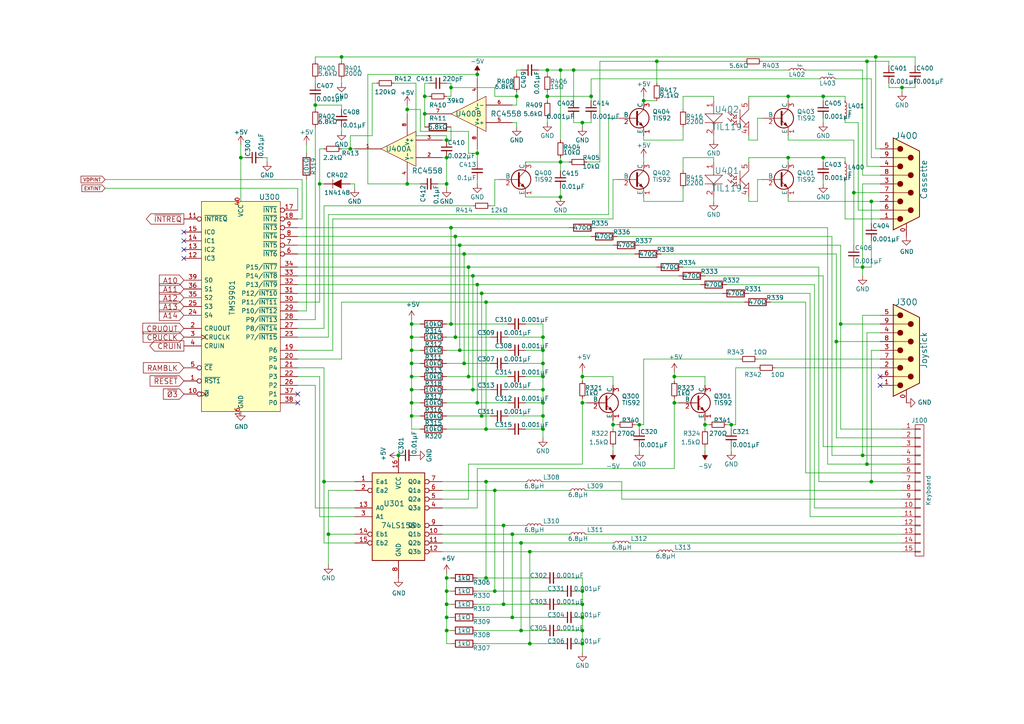
<source format=kicad_sch>
(kicad_sch (version 20250114) (generator "eeschema") (generator_version "9.0")
  (paper "A4")
  (title_block (title "TI-99/4A") (date "2022-02-18") (rev "1.1") (company "Robert Krenicki - https://github.com/rkrenicki/TI99-Motherboard") (comment 1 "Schematic for Keyboard, Joystick and Cassette port.") (comment 3 "Based on the HackMac KiCAD Design"))
  (junction (at 146.05 175.26))
  (junction (at 119.38 105.41))
  (junction (at 119.38 109.22))
  (junction (at 157.48 113.03))
  (junction (at 157.48 120.65))
  (junction (at 135.89 109.22))
  (junction (at 250.19 132.08))
  (junction (at 162.56 57.15))
  (junction (at 133.35 101.6))
  (junction (at 157.48 97.79))
  (junction (at 129.54 179.07))
  (junction (at 119.38 113.03))
  (junction (at 177.8 123.19))
  (junction (at 69.85 45.72))
  (junction (at 158.75 20.32))
  (junction (at 138.43 44.45))
  (junction (at 134.62 73.66))
  (junction (at 162.56 20.32))
  (junction (at 139.7 85.09))
  (junction (at 118.11 53.34))
  (junction (at 250.19 77.47))
  (junction (at 91.44 30.48))
  (junction (at 146.05 152.4))
  (junction (at 157.48 124.46))
  (junction (at 138.43 82.55))
  (junction (at 261.62 25.4))
  (junction (at 228.6 27.94))
  (junction (at 119.38 120.65))
  (junction (at 151.13 182.88))
  (junction (at 247.65 55.88))
  (junction (at 129.54 167.64))
  (junction (at 195.58 109.22))
  (junction (at 130.81 93.98))
  (junction (at 166.37 20.32))
  (junction (at 123.19 27.94))
  (junction (at 129.54 53.34))
  (junction (at 148.59 179.07))
  (junction (at 168.91 35.56))
  (junction (at 153.67 160.02))
  (junction (at 157.48 116.84))
  (junction (at 228.6 45.72))
  (junction (at 149.86 27.94))
  (junction (at 238.76 45.72))
  (junction (at 254 16.51))
  (junction (at 129.54 175.26))
  (junction (at 190.5 17.78))
  (junction (at 162.56 46.99))
  (junction (at 186.69 29.21))
  (junction (at 138.43 116.84))
  (junction (at 132.08 97.79))
  (junction (at 157.48 105.41))
  (junction (at 168.91 116.84))
  (junction (at 171.45 27.94))
  (junction (at 204.47 123.19))
  (junction (at 168.91 109.22))
  (junction (at 251.46 17.78))
  (junction (at 238.76 27.94))
  (junction (at 140.97 167.64))
  (junction (at 185.42 123.19))
  (junction (at 129.54 40.64))
  (junction (at 95.25 154.94))
  (junction (at 243.84 93.98))
  (junction (at 158.75 27.94))
  (junction (at 168.91 179.07))
  (junction (at 140.97 87.63))
  (junction (at 168.91 186.69))
  (junction (at 129.54 171.45))
  (junction (at 93.98 139.7))
  (junction (at 135.89 77.47))
  (junction (at 143.51 171.45))
  (junction (at 157.48 101.6))
  (junction (at 168.91 182.88))
  (junction (at 140.97 124.46))
  (junction (at 101.6 43.18))
  (junction (at 118.11 31.75))
  (junction (at 148.59 154.94))
  (junction (at 195.58 116.84))
  (junction (at 129.54 45.72))
  (junction (at 143.51 142.24))
  (junction (at 130.81 25.4))
  (junction (at 168.91 175.26))
  (junction (at 242.57 99.06))
  (junction (at 139.7 120.65))
  (junction (at 119.38 101.6))
  (junction (at 119.38 93.98))
  (junction (at 119.38 97.79))
  (junction (at 138.43 21.59))
  (junction (at 140.97 139.7))
  (junction (at 157.48 109.22))
  (junction (at 137.16 113.03))
  (junction (at 115.57 132.08))
  (junction (at 99.06 16.51))
  (junction (at 132.08 68.58))
  (junction (at 130.81 66.04))
  (junction (at 251.46 134.62))
  (junction (at 168.91 171.45))
  (junction (at 153.67 186.69))
  (junction (at 212.09 123.19))
  (junction (at 133.35 71.12))
  (junction (at 252.73 58.42))
  (junction (at 92.71 53.34))
  (junction (at 151.13 157.48))
  (junction (at 252.73 139.7))
  (junction (at 137.16 80.01))
  (junction (at 119.38 116.84))
  (junction (at 129.54 182.88))
  (junction (at 123.19 33.02))
  (junction (at 134.62 105.41))
  (no_connect (at 255.27 109.22))
  (no_connect (at 53.34 74.93))
  (no_connect (at 86.36 114.3))
  (no_connect (at 53.34 69.85))
  (no_connect (at 53.34 72.39))
  (no_connect (at 255.27 111.76))
  (no_connect (at 86.36 116.84))
  (no_connect (at 53.34 67.31))
  (wire (pts (xy 143.51 25.4) (xy 130.81 25.4)))
  (wire (pts (xy 220.98 17.78) (xy 251.46 17.78)))
  (wire (pts (xy 129.54 186.69) (xy 130.81 186.69)))
  (wire (pts (xy 130.81 24.13) (xy 129.54 24.13)))
  (wire (pts (xy 168.91 109.22) (xy 168.91 110.49)))
  (wire (pts (xy 123.19 27.94) (xy 123.19 33.02)))
  (wire (pts (xy 143.51 59.69) (xy 143.51 52.07)))
  (wire (pts (xy 157.48 105.41) (xy 147.32 105.41)))
  (wire (pts (xy 257.81 24.13) (xy 257.81 25.4)))
  (wire (pts (xy 129.54 167.64) (xy 129.54 171.45)))
  (wire (pts (xy 130.81 27.94) (xy 129.54 27.94)))
  (wire (pts (xy 250.19 132.08) (xy 261.62 132.08)))
  (wire (pts (xy 88.9 52.07) (xy 88.9 90.17)))
  (wire (pts (xy 129.54 40.64) (xy 129.54 39.37)))
  (wire (pts (xy 133.35 71.12) (xy 177.8 71.12)))
  (wire (pts (xy 251.46 48.26) (xy 251.46 17.78)))
  (wire (pts (xy 157.48 109.22) (xy 157.48 113.03)))
  (wire (pts (xy 186.69 123.19) (xy 186.69 104.14)))
  (wire (pts (xy 152.4 57.15) (xy 162.56 57.15)))
  (wire (pts (xy 157.48 101.6) (xy 152.4 101.6)))
  (wire (pts (xy 99.06 30.48) (xy 99.06 31.75)))
  (wire (pts (xy 234.95 85.09) (xy 217.17 85.09)))
  (wire (pts (xy 251.46 96.52) (xy 251.46 134.62)))
  (wire (pts (xy 91.44 16.51) (xy 99.06 16.51)))
  (wire (pts (xy 195.58 160.02) (xy 261.62 160.02)))
  (wire (pts (xy 176.53 34.29) (xy 179.07 34.29)))
  (wire (pts (xy 129.54 166.37) (xy 129.54 167.64)))
  (wire (pts (xy 119.38 109.22) (xy 121.92 109.22)))
  (wire (pts (xy 158.75 26.67) (xy 158.75 27.94)))
  (wire (pts (xy 204.47 109.22) (xy 204.47 111.76)))
  (wire (pts (xy 147.32 97.79) (xy 157.48 97.79)))
  (wire (pts (xy 119.38 97.79) (xy 121.92 97.79)))
  (wire (pts (xy 217.17 27.94) (xy 228.6 27.94)))
  (wire (pts (xy 69.85 45.72) (xy 71.12 45.72)))
  (wire (pts (xy 93.98 53.34) (xy 92.71 53.34)))
  (wire (pts (xy 134.62 73.66) (xy 184.15 73.66)))
  (wire (pts (xy 186.69 29.21) (xy 190.5 29.21)))
  (wire (pts (xy 138.43 171.45) (xy 143.51 171.45)))
  (wire (pts (xy 140.97 124.46) (xy 147.32 124.46)))
  (wire (pts (xy 129.54 171.45) (xy 129.54 175.26)))
  (wire (pts (xy 91.44 22.86) (xy 91.44 24.13)))
  (wire (pts (xy 146.05 152.4) (xy 152.4 152.4)))
  (wire (pts (xy 93.98 139.7) (xy 93.98 157.48)))
  (wire (pts (xy 157.48 105.41) (xy 157.48 109.22)))
  (wire (pts (xy 217.17 39.37) (xy 217.17 40.64)))
  (wire (pts (xy 101.6 43.18) (xy 102.87 43.18)))
  (wire (pts (xy 251.46 134.62) (xy 261.62 134.62)))
  (wire (pts (xy 128.27 147.32) (xy 138.43 147.32)))
  (wire (pts (xy 157.48 109.22) (xy 152.4 109.22)))
  (wire (pts (xy 92.71 149.86) (xy 92.71 109.22)))
  (wire (pts (xy 132.08 97.79) (xy 142.24 97.79)))
  (wire (pts (xy 143.51 52.07) (xy 144.78 52.07)))
  (wire (pts (xy 119.38 113.03) (xy 119.38 116.84)))
  (wire (pts (xy 119.38 113.03) (xy 121.92 113.03)))
  (wire (pts (xy 153.67 186.69) (xy 162.56 186.69)))
  (wire (pts (xy 137.16 80.01) (xy 196.85 80.01)))
  (wire (pts (xy 95.25 142.24) (xy 102.87 142.24)))
  (wire (pts (xy 129.54 175.26) (xy 129.54 179.07)))
  (wire (pts (xy 204.47 121.92) (xy 204.47 123.19)))
  (wire (pts (xy 212.09 123.19) (xy 213.36 123.19)))
  (wire (pts (xy 119.38 97.79) (xy 119.38 101.6)))
  (wire (pts (xy 107.95 24.13) (xy 109.22 24.13)))
  (wire (pts (xy 130.81 66.04) (xy 165.1 66.04)))
  (wire (pts (xy 255.27 48.26) (xy 251.46 48.26)))
  (wire (pts (xy 135.89 109.22) (xy 147.32 109.22)))
  (wire (pts (xy 69.85 45.72) (xy 69.85 58.42)))
  (wire (pts (xy 140.97 167.64) (xy 157.48 167.64)))
  (wire (pts (xy 162.56 57.15) (xy 162.56 54.61)))
  (wire (pts (xy 152.4 46.99) (xy 162.56 46.99)))
  (wire (pts (xy 99.06 22.86) (xy 99.06 24.13)))
  (wire (pts (xy 247.65 55.88) (xy 255.27 55.88)))
  (wire (pts (xy 149.86 27.94) (xy 143.51 27.94)))
  (wire (pts (xy 238.76 27.94) (xy 238.76 29.21)))
  (wire (pts (xy 99.06 87.63) (xy 99.06 104.14)))
  (wire (pts (xy 252.73 139.7) (xy 261.62 139.7)))
  (wire (pts (xy 138.43 135.89) (xy 138.43 147.32)))
  (wire (pts (xy 129.54 175.26) (xy 130.81 175.26)))
  (wire (pts (xy 157.48 120.65) (xy 157.48 124.46)))
  (wire (pts (xy 133.35 101.6) (xy 133.35 71.12)))
  (wire (pts (xy 77.47 45.72) (xy 77.47 46.99)))
  (wire (pts (xy 261.62 147.32) (xy 236.22 147.32)))
  (wire (pts (xy 157.48 101.6) (xy 157.48 105.41)))
  (wire (pts (xy 252.73 58.42) (xy 255.27 58.42)))
  (wire (pts (xy 134.62 105.41) (xy 134.62 73.66)))
  (wire (pts (xy 173.99 17.78) (xy 173.99 46.99)))
  (wire (pts (xy 171.45 22.86) (xy 171.45 27.94)))
  (wire (pts (xy 177.8 123.19) (xy 177.8 124.46)))
  (wire (pts (xy 243.84 71.12) (xy 243.84 93.98)))
  (wire (pts (xy 128.27 142.24) (xy 143.51 142.24)))
  (wire (pts (xy 238.76 52.07) (xy 238.76 53.34)))
  (wire (pts (xy 191.77 73.66) (xy 242.57 73.66)))
  (wire (pts (xy 177.8 52.07) (xy 177.8 63.5)))
  (wire (pts (xy 101.6 43.18) (xy 101.6 39.37)))
  (wire (pts (xy 212.09 123.19) (xy 212.09 124.46)))
  (wire (pts (xy 137.16 113.03) (xy 137.16 80.01)))
  (wire (pts (xy 143.51 171.45) (xy 162.56 171.45)))
  (wire (pts (xy 212.09 129.54) (xy 212.09 130.81)))
  (wire (pts (xy 140.97 139.7) (xy 152.4 139.7)))
  (wire (pts (xy 148.59 154.94) (xy 165.1 154.94)))
  (wire (pts (xy 210.82 123.19) (xy 212.09 123.19)))
  (wire (pts (xy 69.85 41.91) (xy 69.85 45.72)))
  (wire (pts (xy 245.11 35.56) (xy 248.92 35.56)))
  (wire (pts (xy 140.97 87.63) (xy 215.9 87.63)))
  (wire (pts (xy 142.24 59.69) (xy 143.51 59.69)))
  (wire (pts (xy 184.15 123.19) (xy 185.42 123.19)))
  (wire (pts (xy 151.13 182.88) (xy 157.48 182.88)))
  (wire (pts (xy 119.38 105.41) (xy 121.92 105.41)))
  (wire (pts (xy 129.54 93.98) (xy 130.81 93.98)))
  (wire (pts (xy 228.6 27.94) (xy 228.6 29.21)))
  (wire (pts (xy 195.58 109.22) (xy 204.47 109.22)))
  (wire (pts (xy 130.81 167.64) (xy 129.54 167.64)))
  (wire (pts (xy 217.17 29.21) (xy 217.17 27.94)))
  (wire (pts (xy 186.69 58.42) (xy 198.12 58.42)))
  (wire (pts (xy 177.8 109.22) (xy 177.8 111.76)))
  (wire (pts (xy 177.8 129.54) (xy 177.8 130.81)))
  (wire (pts (xy 166.37 20.32) (xy 228.6 20.32)))
  (wire (pts (xy 149.86 35.56) (xy 149.86 36.83)))
  (wire (pts (xy 86.36 111.76) (xy 91.44 111.76)))
  (wire (pts (xy 168.91 182.88) (xy 162.56 182.88)))
  (wire (pts (xy 101.6 53.34) (xy 102.87 53.34)))
  (wire (pts (xy 158.75 35.56) (xy 158.75 34.29)))
  (wire (pts (xy 168.91 116.84) (xy 168.91 134.62)))
  (wire (pts (xy 255.27 53.34) (xy 250.19 53.34)))
  (wire (pts (xy 129.54 179.07) (xy 129.54 182.88)))
  (wire (pts (xy 162.56 46.99) (xy 165.1 46.99)))
  (wire (pts (xy 257.81 25.4) (xy 261.62 25.4)))
  (wire (pts (xy 93.98 139.7) (xy 102.87 139.7)))
  (wire (pts (xy 168.91 35.56) (xy 171.45 35.56)))
  (wire (pts (xy 255.27 101.6) (xy 252.73 101.6)))
  (wire (pts (xy 168.91 186.69) (xy 167.64 186.69)))
  (wire (pts (xy 247.65 40.64) (xy 247.65 55.88)))
  (wire (pts (xy 91.44 30.48) (xy 99.06 30.48)))
  (wire (pts (xy 152.4 93.98) (xy 157.48 93.98)))
  (wire (pts (xy 168.91 109.22) (xy 177.8 109.22)))
  (wire (pts (xy 92.71 43.18) (xy 93.98 43.18)))
  (wire (pts (xy 217.17 45.72) (xy 228.6 45.72)))
  (wire (pts (xy 138.43 43.18) (xy 138.43 44.45)))
  (wire (pts (xy 185.42 129.54) (xy 185.42 130.81)))
  (wire (pts (xy 168.91 179.07) (xy 168.91 182.88)))
  (wire (pts (xy 87.63 63.5) (xy 87.63 52.07)))
  (wire (pts (xy 102.87 154.94) (xy 95.25 154.94)))
  (wire (pts (xy 99.06 87.63) (xy 140.97 87.63)))
  (wire (pts (xy 157.48 116.84) (xy 152.4 116.84)))
  (wire (pts (xy 86.36 92.71) (xy 91.44 92.71)))
  (wire (pts (xy 149.86 27.94) (xy 149.86 30.48)))
  (wire (pts (xy 195.58 116.84) (xy 196.85 116.84)))
  (wire (pts (xy 86.36 85.09) (xy 139.7 85.09)))
  (wire (pts (xy 133.35 101.6) (xy 147.32 101.6)))
  (wire (pts (xy 129.54 124.46) (xy 140.97 124.46)))
  (wire (pts (xy 119.38 105.41) (xy 119.38 109.22)))
  (wire (pts (xy 168.91 182.88) (xy 168.91 186.69)))
  (wire (pts (xy 119.38 101.6) (xy 121.92 101.6)))
  (wire (pts (xy 207.01 39.37) (xy 207.01 40.64)))
  (wire (pts (xy 86.36 68.58) (xy 132.08 68.58)))
  (wire (pts (xy 242.57 73.66) (xy 242.57 99.06)))
  (wire (pts (xy 86.36 73.66) (xy 134.62 73.66)))
  (wire (pts (xy 118.11 53.34) (xy 121.92 53.34)))
  (wire (pts (xy 86.36 95.25) (xy 93.98 95.25)))
  (wire (pts (xy 168.91 167.64) (xy 168.91 171.45)))
  (wire (pts (xy 86.36 66.04) (xy 130.81 66.04)))
  (wire (pts (xy 86.36 60.96) (xy 86.36 54.61)))
  (wire (pts (xy 236.22 82.55) (xy 210.82 82.55)))
  (wire (pts (xy 166.37 34.29) (xy 166.37 35.56)))
  (wire (pts (xy 129.54 97.79) (xy 132.08 97.79)))
  (wire (pts (xy 88.9 90.17) (xy 86.36 90.17)))
  (wire (pts (xy 168.91 175.26) (xy 162.56 175.26)))
  (wire (pts (xy 168.91 107.95) (xy 168.91 109.22)))
  (wire (pts (xy 252.73 101.6) (xy 252.73 139.7)))
  (wire (pts (xy 228.6 40.64) (xy 247.65 40.64)))
  (wire (pts (xy 248.92 35.56) (xy 248.92 60.96)))
  (wire (pts (xy 250.19 50.8) (xy 250.19 20.32)))
  (wire (pts (xy 254 43.18) (xy 254 16.51)))
  (wire (pts (xy 219.71 52.07) (xy 220.98 52.07)))
  (wire (pts (xy 213.36 106.68) (xy 219.71 106.68)))
  (wire (pts (xy 243.84 71.12) (xy 185.42 71.12)))
  (wire (pts (xy 140.97 87.63) (xy 140.97 124.46)))
  (wire (pts (xy 186.69 104.14) (xy 214.63 104.14)))
  (wire (pts (xy 198.12 40.64) (xy 198.12 36.83)))
  (wire (pts (xy 252.73 58.42) (xy 252.73 64.77)))
  (wire (pts (xy 128.27 152.4) (xy 146.05 152.4)))
  (wire (pts (xy 171.45 27.94) (xy 158.75 27.94)))
  (wire (pts (xy 173.99 17.78) (xy 190.5 17.78)))
  (wire (pts (xy 238.76 45.72) (xy 238.76 46.99)))
  (wire (pts (xy 96.52 101.6) (xy 86.36 101.6)))
  (wire (pts (xy 86.36 106.68) (xy 93.98 106.68)))
  (wire (pts (xy 102.87 147.32) (xy 91.44 147.32)))
  (wire (pts (xy 153.67 160.02) (xy 190.5 160.02)))
  (wire (pts (xy 252.73 45.72) (xy 255.27 45.72)))
  (wire (pts (xy 228.6 45.72) (xy 228.6 46.99)))
  (wire (pts (xy 251.46 17.78) (xy 257.81 17.78)))
  (wire (pts (xy 250.19 77.47) (xy 252.73 77.47)))
  (wire (pts (xy 143.51 171.45) (xy 143.51 142.24)))
  (wire (pts (xy 130.81 25.4) (xy 130.81 27.94)))
  (wire (pts (xy 93.98 59.69) (xy 137.16 59.69)))
  (wire (pts (xy 252.73 22.86) (xy 242.57 22.86)))
  (wire (pts (xy 129.54 40.64) (xy 130.81 40.64)))
  (wire (pts (xy 238.76 80.01) (xy 204.47 80.01)))
  (wire (pts (xy 149.86 21.59) (xy 149.86 20.32)))
  (wire (pts (xy 139.7 85.09) (xy 209.55 85.09)))
  (wire (pts (xy 255.27 43.18) (xy 254 43.18)))
  (wire (pts (xy 245.11 27.94) (xy 245.11 29.21)))
  (wire (pts (xy 130.81 40.64) (xy 130.81 36.83)))
  (wire (pts (xy 167.64 171.45) (xy 168.91 171.45)))
  (wire (pts (xy 138.43 175.26) (xy 146.05 175.26)))
  (wire (pts (xy 261.62 149.86) (xy 234.95 149.86)))
  (wire (pts (xy 255.27 99.06) (xy 242.57 99.06)))
  (wire (pts (xy 190.5 24.13) (xy 190.5 17.78)))
  (wire (pts (xy 170.18 142.24) (xy 261.62 142.24)))
  (wire (pts (xy 129.54 182.88) (xy 129.54 186.69)))
  (wire (pts (xy 257.81 17.78) (xy 257.81 19.05)))
  (wire (pts (xy 129.54 182.88) (xy 130.81 182.88)))
  (wire (pts (xy 130.81 24.13) (xy 130.81 25.4)))
  (wire (pts (xy 95.25 154.94) (xy 95.25 163.83)))
  (wire (pts (xy 198.12 49.53) (xy 198.12 45.72)))
  (wire (pts (xy 157.48 93.98) (xy 157.48 97.79)))
  (wire (pts (xy 171.45 27.94) (xy 171.45 29.21)))
  (wire (pts (xy 102.87 157.48) (xy 93.98 157.48)))
  (wire (pts (xy 92.71 43.18) (xy 92.71 53.34)))
  (wire (pts (xy 130.81 93.98) (xy 147.32 93.98)))
  (wire (pts (xy 119.38 116.84) (xy 119.38 120.65)))
  (wire (pts (xy 186.69 57.15) (xy 186.69 58.42)))
  (wire (pts (xy 247.65 76.2) (xy 247.65 77.47)))
  (wire (pts (xy 91.44 16.51) (xy 91.44 17.78)))
  (wire (pts (xy 123.19 33.02) (xy 123.19 36.83)))
  (wire (pts (xy 138.43 116.84) (xy 138.43 82.55)))
  (wire (pts (xy 254 16.51) (xy 265.43 16.51)))
  (wire (pts (xy 91.44 92.71) (xy 91.44 36.83)))
  (wire (pts (xy 128.27 139.7) (xy 140.97 139.7)))
  (wire (pts (xy 228.6 39.37) (xy 228.6 40.64)))
  (wire (pts (xy 186.69 40.64) (xy 198.12 40.64)))
  (wire (pts (xy 119.38 120.65) (xy 119.38 124.46)))
  (wire (pts (xy 86.36 71.12) (xy 133.35 71.12)))
  (wire (pts (xy 233.68 137.16) (xy 233.68 87.63)))
  (wire (pts (xy 245.11 45.72) (xy 245.11 46.99)))
  (wire (pts (xy 127 53.34) (xy 129.54 53.34)))
  (wire (pts (xy 134.62 105.41) (xy 142.24 105.41)))
  (wire (pts (xy 219.71 34.29) (xy 220.98 34.29)))
  (wire (pts (xy 250.19 20.32) (xy 233.68 20.32)))
  (wire (pts (xy 135.89 109.22) (xy 135.89 77.47)))
  (wire (pts (xy 168.91 179.07) (xy 167.64 179.07)))
  (wire (pts (xy 91.44 111.76) (xy 91.44 147.32)))
  (wire (pts (xy 261.62 25.4) (xy 261.62 26.67)))
  (wire (pts (xy 162.56 46.99) (xy 162.56 49.53)))
  (wire (pts (xy 261.62 25.4) (xy 265.43 25.4)))
  (wire (pts (xy 242.57 99.06) (xy 242.57 127)))
  (wire (pts (xy 168.91 134.62) (xy 135.89 134.62)))
  (wire (pts (xy 143.51 27.94) (xy 143.51 25.4)))
  (wire (pts (xy 168.91 116.84) (xy 170.18 116.84)))
  (wire (pts (xy 86.36 77.47) (xy 135.89 77.47)))
  (wire (pts (xy 186.69 39.37) (xy 186.69 40.64)))
  (wire (pts (xy 91.44 29.21) (xy 91.44 30.48)))
  (wire (pts (xy 245.11 34.29) (xy 245.11 35.56)))
  (wire (pts (xy 119.38 101.6) (xy 119.38 105.41)))
  (wire (pts (xy 96.52 63.5) (xy 96.52 101.6)))
  (wire (pts (xy 205.74 123.19) (xy 204.47 123.19)))
  (wire (pts (xy 119.38 92.71) (xy 119.38 93.98)))
  (wire (pts (xy 172.72 66.04) (xy 240.03 66.04)))
  (wire (pts (xy 171.45 35.56) (xy 171.45 34.29)))
  (wire (pts (xy 157.48 113.03) (xy 157.48 116.84)))
  (wire (pts (xy 99.06 16.51) (xy 254 16.51)))
  (wire (pts (xy 198.12 27.94) (xy 207.01 27.94)))
  (wire (pts (xy 93.98 95.25) (xy 93.98 59.69)))
  (wire (pts (xy 168.91 186.69) (xy 168.91 189.23)))
  (wire (pts (xy 92.71 87.63) (xy 86.36 87.63)))
  (wire (pts (xy 240.03 66.04) (xy 240.03 134.62)))
  (wire (pts (xy 129.54 179.07) (xy 130.81 179.07)))
  (wire (pts (xy 162.56 45.72) (xy 162.56 46.99)))
  (wire (pts (xy 76.2 45.72) (xy 77.47 45.72)))
  (wire (pts (xy 241.3 68.58) (xy 241.3 132.08)))
  (wire (pts (xy 129.54 109.22) (xy 135.89 109.22)))
  (wire (pts (xy 132.08 68.58) (xy 171.45 68.58)))
  (wire (pts (xy 149.86 26.67) (xy 149.86 27.94)))
  (wire (pts (xy 139.7 120.65) (xy 142.24 120.65)))
  (wire (pts (xy 157.48 124.46) (xy 157.48 127)))
  (wire (pts (xy 252.73 77.47) (xy 252.73 69.85)))
  (wire (pts (xy 99.06 17.78) (xy 99.06 16.51)))
  (wire (pts (xy 95.25 142.24) (xy 95.25 154.94)))
  (wire (pts (xy 168.91 35.56) (xy 168.91 36.83)))
  (wire (pts (xy 88.9 41.91) (xy 88.9 44.45)))
  (wire (pts (xy 168.91 171.45) (xy 168.91 175.26)))
  (wire (pts (xy 129.54 116.84) (xy 138.43 116.84)))
  (wire (pts (xy 119.38 120.65) (xy 121.92 120.65)))
  (wire (pts (xy 236.22 147.32) (xy 236.22 82.55)))
  (wire (pts (xy 146.05 152.4) (xy 146.05 175.26)))
  (wire (pts (xy 87.63 52.07) (xy 30.48 52.07)))
  (wire (pts (xy 129.54 101.6) (xy 133.35 101.6)))
  (wire (pts (xy 140.97 139.7) (xy 140.97 167.64)))
  (wire (pts (xy 158.75 20.32) (xy 158.75 21.59)))
  (wire (pts (xy 128.27 160.02) (xy 153.67 160.02)))
  (wire (pts (xy 129.54 45.72) (xy 129.54 53.34)))
  (wire (pts (xy 135.89 77.47) (xy 190.5 77.47)))
  (wire (pts (xy 151.13 157.48) (xy 151.13 182.88)))
  (wire (pts (xy 186.69 27.94) (xy 186.69 29.21)))
  (wire (pts (xy 153.67 186.69) (xy 153.67 160.02)))
  (wire (pts (xy 102.87 53.34) (xy 102.87 54.61)))
  (wire (pts (xy 228.6 27.94) (xy 238.76 27.94)))
  (wire (pts (xy 185.42 123.19) (xy 186.69 123.19)))
  (wire (pts (xy 245.11 63.5) (xy 255.27 63.5)))
  (wire (pts (xy 228.6 58.42) (xy 252.73 58.42)))
  (wire (pts (xy 119.38 116.84) (xy 121.92 116.84)))
  (wire (pts (xy 195.58 109.22) (xy 195.58 110.49)))
  (wire (pts (xy 129.54 45.72) (xy 128.27 45.72)))
  (wire (pts (xy 238.76 34.29) (xy 238.76 35.56)))
  (wire (pts (xy 250.19 77.47) (xy 250.19 80.01)))
  (wire (pts (xy 166.37 35.56) (xy 168.91 35.56)))
  (wire (pts (xy 138.43 182.88) (xy 151.13 182.88)))
  (wire (pts (xy 138.43 82.55) (xy 203.2 82.55)))
  (wire (pts (xy 185.42 123.19) (xy 185.42 124.46)))
  (wire (pts (xy 217.17 46.99) (xy 217.17 45.72)))
  (wire (pts (xy 120.65 24.13) (xy 114.3 24.13)))
  (wire (pts (xy 182.88 157.48) (xy 261.62 157.48)))
  (wire (pts (xy 101.6 39.37) (xy 107.95 39.37)))
  (wire (pts (xy 241.3 132.08) (xy 250.19 132.08)))
  (wire (pts (xy 162.56 167.64) (xy 168.91 167.64)))
  (wire (pts (xy 195.58 115.57) (xy 195.58 116.84)))
  (wire (pts (xy 198.12 31.75) (xy 198.12 27.94)))
  (wire (pts (xy 102.87 149.86) (xy 92.71 149.86)))
  (wire (pts (xy 86.36 82.55) (xy 138.43 82.55)))
  (wire (pts (xy 148.59 179.07) (xy 148.59 154.94)))
  (wire (pts (xy 250.19 91.44) (xy 250.19 132.08)))
  (wire (pts (xy 129.54 113.03) (xy 137.16 113.03)))
  (wire (pts (xy 179.07 123.19) (xy 177.8 123.19)))
  (wire (pts (xy 143.51 142.24) (xy 165.1 142.24)))
  (wire (pts (xy 119.38 124.46) (xy 121.92 124.46)))
  (wire (pts (xy 252.73 45.72) (xy 252.73 22.86)))
  (wire (pts (xy 128.27 40.64) (xy 129.54 40.64)))
  (wire (pts (xy 129.54 39.37) (xy 120.65 39.37)))
  (wire (pts (xy 158.75 20.32) (xy 162.56 20.32)))
  (wire (pts (xy 129.54 105.41) (xy 134.62 105.41)))
  (wire (pts (xy 129.54 53.34) (xy 129.54 54.61)))
  (wire (pts (xy 128.27 157.48) (xy 151.13 157.48)))
  (wire (pts (xy 120.65 39.37) (xy 120.65 24.13)))
  (wire (pts (xy 166.37 20.32) (xy 166.37 29.21)))
  (wire (pts (xy 138.43 186.69) (xy 153.67 186.69)))
  (wire (pts (xy 149.86 30.48) (xy 148.59 30.48)))
  (wire (pts (xy 149.86 20.32) (xy 151.13 20.32)))
  (wire (pts (xy 173.99 46.99) (xy 170.18 46.99)))
  (wire (pts (xy 138.43 44.45) (xy 138.43 46.99)))
  (wire (pts (xy 162.56 20.32) (xy 162.56 40.64)))
  (wire (pts (xy 99.06 43.18) (xy 101.6 43.18)))
  (wire (pts (xy 228.6 45.72) (xy 238.76 45.72)))
  (wire (pts (xy 99.06 36.83) (xy 99.06 38.1)))
  (wire (pts (xy 106.68 53.34) (xy 118.11 53.34)))
  (wire (pts (xy 157.48 113.03) (xy 147.32 113.03)))
  (wire (pts (xy 177.8 121.92) (xy 177.8 123.19)))
  (wire (pts (xy 148.59 179.07) (xy 162.56 179.07)))
  (wire (pts (xy 157.48 97.79) (xy 157.48 101.6)))
  (wire (pts (xy 195.58 135.89) (xy 138.43 135.89)))
  (wire (pts (xy 157.48 152.4) (xy 261.62 152.4)))
  (wire (pts (xy 138.43 52.07) (xy 138.43 53.34)))
  (wire (pts (xy 265.43 25.4) (xy 265.43 24.13)))
  (wire (pts (xy 207.01 27.94) (xy 207.01 29.21)))
  (wire (pts (xy 118.11 31.75) (xy 121.92 31.75)))
  (wire (pts (xy 119.38 109.22) (xy 119.38 113.03)))
  (wire (pts (xy 186.69 45.72) (xy 186.69 46.99)))
  (wire (pts (xy 139.7 120.65) (xy 139.7 85.09)))
  (wire (pts (xy 148.59 35.56) (xy 149.86 35.56)))
  (wire (pts (xy 238.76 45.72) (xy 245.11 45.72)))
  (wire (pts (xy 250.19 50.8) (xy 255.27 50.8)))
  (wire (pts (xy 247.65 77.47) (xy 250.19 77.47)))
  (wire (pts (xy 151.13 157.48) (xy 177.8 157.48)))
  (wire (pts (xy 138.43 21.59) (xy 138.43 22.86)))
  (wire (pts (xy 180.34 139.7) (xy 180.34 144.78)))
  (wire (pts (xy 162.56 20.32) (xy 166.37 20.32)))
  (wire (pts (xy 228.6 57.15) (xy 228.6 58.42)))
  (wire (pts (xy 86.36 97.79) (xy 95.25 97.79)))
  (wire (pts (xy 265.43 16.51) (xy 265.43 19.05)))
  (wire (pts (xy 217.17 40.64) (xy 219.71 40.64)))
  (wire (pts (xy 213.36 123.19) (xy 213.36 106.68)))
  (wire (pts (xy 132.08 97.79) (xy 132.08 68.58)))
  (wire (pts (xy 137.16 113.03) (xy 142.24 113.03)))
  (wire (pts (xy 207.01 57.15) (xy 207.01 58.42)))
  (wire (pts (xy 135.89 38.1) (xy 135.89 44.45)))
  (wire (pts (xy 255.27 96.52) (xy 251.46 96.52)))
  (wire (pts (xy 234.95 149.86) (xy 234.95 85.09)))
  (wire (pts (xy 118.11 31.75) (xy 118.11 33.02)))
  (wire (pts (xy 179.07 52.07) (xy 177.8 52.07)))
  (wire (pts (xy 180.34 144.78) (xy 261.62 144.78)))
  (wire (pts (xy 135.89 44.45) (xy 138.43 44.45)))
  (wire (pts (xy 119.38 93.98) (xy 119.38 97.79)))
  (wire (pts (xy 92.71 53.34) (xy 92.71 87.63)))
  (wire (pts (xy 245.11 52.07) (xy 245.11 63.5)))
  (wire (pts (xy 129.54 171.45) (xy 130.81 171.45)))
  (wire (pts (xy 176.53 62.23) (xy 176.53 34.29)))
  (wire (pts (xy 138.43 116.84) (xy 147.32 116.84)))
  (wire (pts (xy 204.47 129.54) (xy 204.47 130.81)))
  (wire (pts (xy 190.5 17.78) (xy 215.9 17.78)))
  (wire (pts (xy 129.54 120.65) (xy 139.7 120.65)))
  (wire (pts (xy 237.49 77.47) (xy 198.12 77.47)))
  (wire (pts (xy 237.49 139.7) (xy 252.73 139.7)))
  (wire (pts (xy 138.43 167.64) (xy 140.97 167.64)))
  (wire (pts (xy 261.62 137.16) (xy 233.68 137.16)))
  (wire (pts (xy 95.25 62.23) (xy 176.53 62.23)))
  (wire (pts (xy 99.06 104.14) (xy 86.36 104.14)))
  (wire (pts (xy 138.43 179.07) (xy 148.59 179.07)))
  (wire (pts (xy 156.21 20.32) (xy 158.75 20.32)))
  (wire (pts (xy 179.07 68.58) (xy 241.3 68.58)))
  (wire (pts (xy 146.05 175.26) (xy 157.48 175.26)))
  (wire (pts (xy 224.79 106.68) (xy 255.27 106.68)))
  (wire (pts (xy 93.98 106.68) (xy 93.98 139.7)))
  (wire (pts (xy 124.46 27.94) (xy 123.19 27.94)))
  (wire (pts (xy 123.19 24.13) (xy 124.46 24.13)))
  (wire (pts (xy 217.17 58.42) (xy 219.71 58.42)))
  (wire (pts (xy 238.76 27.94) (xy 245.11 27.94)))
  (wire (pts (xy 195.58 116.84) (xy 195.58 135.89)))
  (wire (pts (xy 243.84 93.98) (xy 243.84 124.46)))
  (wire (pts (xy 86.36 54.61) (xy 30.48 54.61)))
  (wire (pts (xy 237.49 139.7) (xy 237.49 77.47)))
  (wire (pts (xy 118.11 30.48) (xy 118.11 31.75)))
  (wire (pts (xy 106.68 53.34) (xy 106.68 21.59)))
  (wire (pts (xy 219.71 40.64) (xy 219.71 34.29)))
  (wire (pts (xy 198.12 45.72) (xy 207.01 45.72)))
  (wire (pts (xy 157.48 116.84) (xy 157.48 120.65)))
  (wire (pts (xy 158.75 27.94) (xy 158.75 29.21)))
  (wire (pts (xy 233.68 87.63) (xy 223.52 87.63)))
  (wire (pts (xy 219.71 104.14) (xy 255.27 104.14)))
  (wire (pts (xy 168.91 115.57) (xy 168.91 116.84)))
  (wire (pts (xy 248.92 60.96) (xy 255.27 60.96)))
  (wire (pts (xy 217.17 57.15) (xy 217.17 58.42)))
  (wire (pts (xy 123.19 24.13) (xy 123.19 27.94)))
  (wire (pts (xy 171.45 22.86) (xy 237.49 22.86)))
  (wire (pts (xy 250.19 53.34) (xy 250.19 77.47)))
  (wire (pts (xy 135.89 134.62) (xy 135.89 144.78)))
  (wire (pts (xy 107.95 39.37) (xy 107.95 24.13)))
  (wire (pts (xy 255.27 93.98) (xy 243.84 93.98)))
  (wire (pts (xy 204.47 123.19) (xy 204.47 124.46)))
  (wire (pts (xy 86.36 63.5) (xy 87.63 63.5)))
  (wire (pts (xy 157.48 124.46) (xy 152.4 124.46)))
  (wire (pts (xy 128.27 154.94) (xy 148.59 154.94)))
  (wire (pts (xy 238.76 129.54) (xy 238.76 80.01)))
  (wire (pts (xy 157.48 139.7) (xy 180.34 139.7)))
  (wire (pts (xy 130.81 93.98) (xy 130.81 66.04)))
  (wire (pts (xy 95.25 97.79) (xy 95.25 62.23)))
  (wire (pts (xy 198.12 58.42) (xy 198.12 54.61)))
  (wire (pts (xy 243.84 124.46) (xy 261.62 124.46)))
  (wire (pts (xy 195.58 107.95) (xy 195.58 109.22)))
  (wire (pts (xy 121.92 93.98) (xy 119.38 93.98)))
  (wire (pts (xy 242.57 127) (xy 261.62 127)))
  (wire (pts (xy 261.62 129.54) (xy 238.76 129.54)))
  (wire (pts (xy 247.65 55.88) (xy 247.65 71.12)))
  (wire (pts (xy 168.91 175.26) (xy 168.91 179.07)))
  (wire (pts (xy 121.92 38.1) (xy 135.89 38.1)))
  (wire (pts (xy 92.71 109.22) (xy 86.36 109.22)))
  (wire (pts (xy 91.44 30.48) (xy 91.44 31.75)))
  (wire (pts (xy 157.48 120.65) (xy 147.32 120.65)))
  (wire (pts (xy 207.01 45.72) (xy 207.01 46.99)))
  (wire (pts (xy 128.27 144.78) (xy 135.89 144.78)))
  (wire (pts (xy 219.71 58.42) (xy 219.71 52.07)))
  (wire (pts (xy 255.27 91.44) (xy 250.19 91.44)))
  (wire (pts (xy 106.68 21.59) (xy 138.43 21.59)))
  (wire (pts (xy 177.8 63.5) (xy 96.52 63.5)))
  (wire (pts (xy 240.03 134.62) (xy 251.46 134.62)))
  (wire (pts (xy 86.36 80.01) (xy 137.16 80.01)))
  (wire (pts (xy 170.18 154.94) (xy 261.62 154.94)))
  (wire (pts (xy 121.92 31.75) (xy 121.92 38.1)))
  (global_label "~{Ø3}" (shape input) (at 53.34 114.3 180) (effects (font (size 1.524 1.524))) (property "Intersheetrefs" "${INTERSHEET_REFS}" (effects (hide yes))))
  (global_label "A12" (shape input) (at 53.34 86.36 180) (effects (font (size 1.524 1.524))) (property "Intersheetrefs" "${INTERSHEET_REFS}" (effects (hide yes))))
  (global_label "EXTINT" (shape input) (at 30.48 54.61 180) (effects (font (size 0.9906 0.9906))) (property "Intersheetrefs" "${INTERSHEET_REFS}" (effects (hide yes))))
  (global_label "RAMBLK" (shape input) (at 53.34 106.68 180) (effects (font (size 1.524 1.524))) (property "Intersheetrefs" "${INTERSHEET_REFS}" (effects (hide yes))))
  (global_label "A13" (shape input) (at 53.34 88.9 180) (effects (font (size 1.524 1.524))) (property "Intersheetrefs" "${INTERSHEET_REFS}" (effects (hide yes))))
  (global_label "A10" (shape input) (at 53.34 81.28 180) (effects (font (size 1.524 1.524))) (property "Intersheetrefs" "${INTERSHEET_REFS}" (effects (hide yes))))
  (global_label "~{INTREQ}" (shape output) (at 53.34 63.5 180) (effects (font (size 1.524 1.524))) (property "Intersheetrefs" "${INTERSHEET_REFS}" (effects (hide yes))))
  (global_label "~{RESET}" (shape input) (at 53.34 110.49 180) (effects (font (size 1.524 1.524))) (property "Intersheetrefs" "${INTERSHEET_REFS}" (effects (hide yes))))
  (global_label "A14" (shape input) (at 53.34 91.44 180) (effects (font (size 1.524 1.524))) (property "Intersheetrefs" "${INTERSHEET_REFS}" (effects (hide yes))))
  (global_label "CRUIN" (shape output) (at 53.34 100.33 180) (effects (font (size 1.524 1.524))) (property "Intersheetrefs" "${INTERSHEET_REFS}" (effects (hide yes))))
  (global_label "CRUCLK" (shape input) (at 53.34 97.79 180) (effects (font (size 1.524 1.524))) (property "Intersheetrefs" "${INTERSHEET_REFS}" (effects (hide yes))))
  (global_label "CRUOUT" (shape input) (at 53.34 95.25 180) (effects (font (size 1.524 1.524))) (property "Intersheetrefs" "${INTERSHEET_REFS}" (effects (hide yes))))
  (global_label "A11" (shape input) (at 53.34 83.82 180) (effects (font (size 1.524 1.524))) (property "Intersheetrefs" "${INTERSHEET_REFS}" (effects (hide yes))))
  (global_label "VDPINT" (shape input) (at 30.48 52.07 180) (effects (font (size 0.9906 0.9906))) (property "Intersheetrefs" "${INTERSHEET_REFS}" (effects (hide yes))))
  (symbol (lib_id "TI-Customs:TMS9901") (at 69.85 86.36 0) (unit 1)
    (property "Reference" "U300" (at 81.28 57.15 0) (effects (font (size 1.524 1.524)) (justify right)))
    (property "Value" "TMS9901" (at 67.31 86.36 90) (effects (font (size 1.524 1.524))))
    (property "Footprint" "Package_DIP:DIP-40_W15.24mm" (effects (hide yes)))
  )
  (symbol (lib_id "Console-rescue:S8050") (at 184.15 52.07 0) (unit 1)
    (property "Reference" "Q402" (at 189.23 50.165 0) (effects (justify left)))
    (property "Value" "TIS92" (at 189.23 52.07 0) (effects (justify left)))
    (property "Footprint" "TI99_Connectors:TI-Transistors" (effects (hide yes)))
  )
  (symbol (lib_id "Console-rescue:TIL111") (at 210.82 52.07 0) (unit 1)
    (property "Reference" "U401" (at 210.82 49.53 0) (effects (font (size 1.778 1.778))))
    (property "Value" "TIL119" (at 210.82 54.61 0) (effects (font (size 1.778 1.778))))
    (property "Footprint" "Package_DIP:DIP-6_W7.62mm" (effects (hide yes)))
  )
  (symbol (lib_id "Console-rescue:R_Small") (at 198.12 52.07 0) (unit 1)
    (property "Reference" "R415" (at 198.882 51.562 0) (effects (justify left)))
    (property "Value" "220Ω" (at 198.882 53.086 0) (effects (justify left)))
    (property "Footprint" "TI99_Connectors:Passive-11.50mm" (effects (hide yes)))
  )
  (symbol (lib_id "Console-rescue:+5V") (at 186.69 45.72 0) (unit 1)
    (property "Reference" "#PWR0115" (effects (hide yes)))
    (property "Value" "+5V" (at 186.69 42.164 0))
  )
  (symbol (lib_id "Console-rescue:GND") (at 207.01 58.42 0) (unit 1)
    (property "Reference" "#PWR0116" (effects (hide yes)))
    (property "Value" "GND" (at 207.01 62.23 0))
  )
  (symbol (lib_id "Console-rescue:S8050") (at 226.06 52.07 0) (unit 1)
    (property "Reference" "Q401" (at 231.14 50.165 0) (effects (justify left)))
    (property "Value" "TIS92" (at 231.14 52.07 0) (effects (justify left)))
    (property "Footprint" "TI99_Connectors:TI-Transistors" (effects (hide yes)))
  )
  (symbol (lib_id "Console-rescue:S8050") (at 184.15 34.29 0) (unit 1)
    (property "Reference" "Q404" (at 189.23 32.385 0) (effects (justify left)))
    (property "Value" "TIS92" (at 189.23 34.29 0) (effects (justify left)))
    (property "Footprint" "TI99_Connectors:TI-Transistors" (effects (hide yes)))
  )
  (symbol (lib_id "Console-rescue:TIL111") (at 210.82 34.29 0) (unit 1)
    (property "Reference" "U402" (at 210.82 31.75 0) (effects (font (size 1.778 1.778))))
    (property "Value" "TIL119" (at 210.82 36.83 0) (effects (font (size 1.778 1.778))))
    (property "Footprint" "Package_DIP:DIP-6_W7.62mm" (effects (hide yes)))
  )
  (symbol (lib_id "Console-rescue:R_Small") (at 198.12 34.29 0) (unit 1)
    (property "Reference" "R416" (at 198.882 33.782 0) (effects (justify left)))
    (property "Value" "220Ω" (at 198.882 35.306 0) (effects (justify left)))
    (property "Footprint" "TI99_Connectors:Passive-11.50mm" (effects (hide yes)))
  )
  (symbol (lib_id "Console-rescue:+5V") (at 186.69 27.94 0) (unit 1)
    (property "Reference" "#PWR0117" (effects (hide yes)))
    (property "Value" "+5V" (at 186.69 24.384 0))
  )
  (symbol (lib_id "Console-rescue:GND") (at 207.01 40.64 0) (unit 1)
    (property "Reference" "#PWR0118" (effects (hide yes)))
    (property "Value" "GND" (at 207.01 44.45 0))
  )
  (symbol (lib_id "Console-rescue:S8050") (at 226.06 34.29 0) (unit 1)
    (property "Reference" "Q403" (at 231.14 32.385 0) (effects (justify left)))
    (property "Value" "TIS92" (at 231.14 34.29 0) (effects (justify left)))
    (property "Footprint" "TI99_Connectors:TI-Transistors" (effects (hide yes)))
  )
  (symbol (lib_id "Console-rescue:L_Small") (at 245.11 49.53 0) (unit 1)
    (property "Reference" "L400" (at 245.872 48.514 0) (effects (justify left)))
    (property "Value" "F" (at 245.872 50.546 0) (effects (justify left)))
    (property "Footprint" "Resistor_THT:R_Axial_DIN0207_L6.3mm_D2.5mm_P15.24mm_Horizontal" (effects (hide yes)))
  )
  (symbol (lib_id "Console-rescue:L_Small") (at 245.11 31.75 0) (unit 1)
    (property "Reference" "L401" (at 245.872 30.734 0) (effects (justify left)))
    (property "Value" "F" (at 245.872 32.766 0) (effects (justify left)))
    (property "Footprint" "Resistor_THT:R_Axial_DIN0207_L6.3mm_D2.5mm_P15.24mm_Horizontal" (effects (hide yes)))
  )
  (symbol (lib_id "TI-Customs:C_Small") (at 252.73 67.31 0) (unit 1)
    (property "Reference" "C404" (at 252.984 65.532 0) (effects (justify left)))
    (property "Value" "0.001µF" (at 252.984 69.342 0) (effects (justify left)))
    (property "Footprint" "TI99_Connectors:Passive-11.50mm" (effects (hide yes)))
  )
  (symbol (lib_id "Console-rescue:GND") (at 250.19 80.01 0) (unit 1)
    (property "Reference" "#PWR0119" (effects (hide yes)))
    (property "Value" "GND" (at 250.19 83.82 0))
  )
  (symbol (lib_id "TI-Customs:C_Small") (at 247.65 73.66 0) (unit 1)
    (property "Reference" "C406" (at 247.904 71.882 0) (effects (justify left)))
    (property "Value" "0.001µF" (at 247.904 75.692 0) (effects (justify left)))
    (property "Footprint" "TI99_Connectors:Passive-11.50mm" (effects (hide yes)))
  )
  (symbol (lib_id "TI-Customs:C_Small") (at 238.76 31.75 0) (unit 1)
    (property "Reference" "C405" (at 239.014 29.972 0) (effects (justify left)))
    (property "Value" "0.001µF" (at 239.014 33.782 0) (effects (justify left)))
    (property "Footprint" "TI99_Connectors:Passive-11.50mm" (effects (hide yes)))
  )
  (symbol (lib_id "TI-Customs:C_Small") (at 238.76 49.53 0) (unit 1)
    (property "Reference" "C403" (at 239.014 47.752 0) (effects (justify left)))
    (property "Value" "0.001µF" (at 239.014 51.562 0) (effects (justify left)))
    (property "Footprint" "TI99_Connectors:Passive-11.50mm" (effects (hide yes)))
  )
  (symbol (lib_id "Console-rescue:GND") (at 238.76 35.56 0) (unit 1)
    (property "Reference" "#PWR0120" (effects (hide yes)))
    (property "Value" "GND" (at 238.76 39.37 0))
  )
  (symbol (lib_id "Console-rescue:GND") (at 238.76 53.34 0) (unit 1)
    (property "Reference" "#PWR0121" (effects (hide yes)))
    (property "Value" "GND" (at 238.76 57.15 0))
  )
  (symbol (lib_id "Console-rescue:L_Small") (at 231.14 20.32 90) (unit 1)
    (property "Reference" "L402" (at 231.14 21.59 90))
    (property "Value" "F" (at 232.156 19.558 0) (effects (justify left)))
    (property "Footprint" "Resistor_THT:R_Axial_DIN0207_L6.3mm_D2.5mm_P15.24mm_Horizontal" (effects (hide yes)))
  )
  (symbol (lib_id "Console-rescue:L_Small") (at 240.03 22.86 90) (unit 1)
    (property "Reference" "L403" (at 240.03 24.13 90))
    (property "Value" "F" (at 241.046 22.098 0) (effects (justify left)))
    (property "Footprint" "Resistor_THT:R_Axial_DIN0207_L6.3mm_D2.5mm_P15.24mm_Horizontal" (effects (hide yes)))
  )
  (symbol (lib_id "TI-Customs:C_Small") (at 171.45 31.75 0) (unit 1)
    (property "Reference" "C414" (at 171.704 29.972 0) (effects (justify left)))
    (property "Value" "0.001µF" (at 171.704 33.782 0) (effects (justify left)))
    (property "Footprint" "Capacitor_THT:C_Axial_L3.8mm_D2.6mm_P15.00mm_Horizontal" (effects (hide yes)))
  )
  (symbol (lib_id "TI-Customs:C_Small") (at 166.37 31.75 0) (unit 1)
    (property "Reference" "C402" (at 166.624 29.972 0) (effects (justify right)))
    (property "Value" "0.001µF" (at 166.624 33.782 0) (effects (justify right)))
    (property "Footprint" "TI99_Connectors:Passive-11.50mm" (effects (hide yes)))
  )
  (symbol (lib_id "Console-rescue:GND") (at 168.91 36.83 0) (unit 1)
    (property "Reference" "#PWR0122" (effects (hide yes)))
    (property "Value" "GND" (at 168.91 40.64 0))
  )
  (symbol (lib_id "Console-rescue:R_Small") (at 158.75 24.13 0) (unit 1)
    (property "Reference" "R406" (at 159.512 23.622 0) (effects (justify left)))
    (property "Value" "15Ω" (at 159.512 25.146 0) (effects (justify left)))
    (property "Footprint" "TI99_Connectors:Passive-11.50mm" (effects (hide yes)))
  )
  (symbol (lib_id "Console-rescue:R_Small") (at 158.75 31.75 0) (unit 1)
    (property "Reference" "R409" (at 157.48 30.48 0) (effects (justify right)))
    (property "Value" "5.6kΩ" (at 157.48 33.02 0) (effects (justify right)))
    (property "Footprint" "TI99_Connectors:Passive-11.50mm" (effects (hide yes)))
  )
  (symbol (lib_id "TI-Customs:C_Small") (at 153.67 20.32 90) (mirror x) (unit 1)
    (property "Reference" "C409" (at 151.892 20.574 0) (effects (justify left)))
    (property "Value" "0.01µF" (at 155.702 20.574 0) (effects (justify left)))
    (property "Footprint" "TI99_Connectors:Passive-11.50mm" (effects (hide yes)))
  )
  (symbol (lib_id "Console-rescue:R_Small") (at 162.56 43.18 0) (unit 1)
    (property "Reference" "R404" (at 163.322 42.672 0) (effects (justify left)))
    (property "Value" "10kΩ" (at 163.322 44.196 0) (effects (justify left)))
    (property "Footprint" "TI99_Connectors:Passive-11.50mm" (effects (hide yes)))
  )
  (symbol (lib_id "Console-rescue:GND") (at 158.75 35.56 0) (unit 1)
    (property "Reference" "#PWR0123" (effects (hide yes)))
    (property "Value" "GND" (at 158.75 39.37 0))
  )
  (symbol (lib_id "Console-rescue:R") (at 88.9 48.26 0) (unit 1)
    (property "Reference" "R319" (at 90.932 48.26 90))
    (property "Value" "10kΩ" (at 88.9 48.26 90))
    (property "Footprint" "TI99_Connectors:Passive-11.50mm" (effects (hide yes)))
  )
  (symbol (lib_id "Console-rescue:+5V") (at 88.9 41.91 0) (unit 1)
    (property "Reference" "#PWR099" (effects (hide yes)))
    (property "Value" "+5V" (at 88.9 38.354 0))
  )
  (symbol (lib_id "TI-Customs:C_Small") (at 73.66 45.72 90) (unit 1)
    (property "Reference" "C300" (at 71.882 45.466 0) (effects (justify left)))
    (property "Value" "0.01µF" (at 75.692 45.466 0) (effects (justify left)))
    (property "Footprint" "TI99_Connectors:Passive-11.50mm" (effects (hide yes)))
  )
  (symbol (lib_id "Console-rescue:GND") (at 77.47 46.99 0) (unit 1)
    (property "Reference" "#PWR0100" (effects (hide yes)))
    (property "Value" "GND" (at 77.47 50.8 0))
  )
  (symbol (lib_id "Console-rescue:+5V") (at 69.85 41.91 0) (unit 1)
    (property "Reference" "#PWR0101" (effects (hide yes)))
    (property "Value" "+5V" (at 69.85 38.354 0))
  )
  (symbol (lib_id "74xx:74LS156") (at 115.57 149.86 0) (unit 1)
    (property "Reference" "U301" (at 114.3 146.05 0) (effects (font (size 1.524 1.524))))
    (property "Value" "74LS156" (at 115.57 152.4 0) (effects (font (size 1.524 1.524))))
    (property "Footprint" "Package_DIP:DIP-16_W7.62mm" (effects (hide yes)))
  )
  (symbol (lib_id "Console-rescue:GND") (at 95.25 163.83 0) (unit 1)
    (property "Reference" "#PWR0102" (effects (hide yes)))
    (property "Value" "GND" (at 95.25 167.64 0))
  )
  (symbol (lib_id "Console-rescue:R_Small") (at 218.44 17.78 270) (unit 1)
    (property "Reference" "R403" (at 220.98 19.05 90) (effects (justify left)))
    (property "Value" "5.6kΩ" (at 217.17 19.05 90) (effects (justify right)))
    (property "Footprint" "TI99_Connectors:Passive-11.50mm" (effects (hide yes)))
  )
  (symbol (lib_id "TI-Customs:C_Small") (at 257.81 21.59 0) (unit 1)
    (property "Reference" "C401" (at 258.064 19.812 0) (effects (justify left)))
    (property "Value" "0.001µF" (at 258.064 23.622 0) (effects (justify left)))
    (property "Footprint" "TI99_Connectors:Passive-11.50mm" (effects (hide yes)))
  )
  (symbol (lib_id "TI-Customs:C_Small") (at 265.43 21.59 0) (unit 1)
    (property "Reference" "C400" (at 265.684 19.812 0) (effects (justify left)))
    (property "Value" "0.001µF" (at 265.684 23.622 0) (effects (justify left)))
    (property "Footprint" "TI99_Connectors:Passive-11.50mm" (effects (hide yes)))
  )
  (symbol (lib_id "TI-Customs:C_Small") (at 118.11 132.08 90) (unit 1)
    (property "Reference" "C301" (at 116.332 131.826 0) (effects (justify left)))
    (property "Value" "0.01µF" (at 120.142 131.826 0) (effects (justify left)))
    (property "Footprint" "TI99_Connectors:Passive-11.50mm" (effects (hide yes)))
  )
  (symbol (lib_id "Console-rescue:GND") (at 120.65 132.08 90) (unit 1)
    (property "Reference" "#PWR0104" (effects (hide yes)))
    (property "Value" "GND" (at 124.46 132.08 0))
  )
  (symbol (lib_id "Console-rescue:GND") (at 261.62 26.67 0) (unit 1)
    (property "Reference" "#PWR0124" (effects (hide yes)))
    (property "Value" "GND" (at 261.62 30.48 0))
  )
  (symbol (lib_id "Console-rescue:R") (at 134.62 167.64 270) (unit 1)
    (property "Reference" "R306" (at 139.7 168.91 90))
    (property "Value" "1kΩ" (at 134.62 167.64 90))
    (property "Footprint" "TI99_Connectors:Passive-11.50mm" (effects (hide yes)))
  )
  (symbol (lib_id "Console-rescue:R") (at 134.62 171.45 270) (unit 1)
    (property "Reference" "R330" (at 139.7 172.72 90))
    (property "Value" "1kΩ" (at 134.62 171.45 90))
    (property "Footprint" "TI99_Connectors:Passive-11.50mm" (effects (hide yes)))
  )
  (symbol (lib_id "Console-rescue:R") (at 134.62 175.26 270) (unit 1)
    (property "Reference" "R310" (at 139.7 176.53 90))
    (property "Value" "1kΩ" (at 134.62 175.26 90))
    (property "Footprint" "TI99_Connectors:Passive-11.50mm" (effects (hide yes)))
  )
  (symbol (lib_id "Console-rescue:R") (at 134.62 179.07 270) (unit 1)
    (property "Reference" "R309" (at 139.7 180.34 90))
    (property "Value" "1kΩ" (at 134.62 179.07 90))
    (property "Footprint" "TI99_Connectors:Passive-11.50mm" (effects (hide yes)))
  )
  (symbol (lib_id "Console-rescue:R") (at 134.62 182.88 270) (unit 1)
    (property "Reference" "R308" (at 139.7 184.15 90))
    (property "Value" "1kΩ" (at 134.62 182.88 90))
    (property "Footprint" "TI99_Connectors:Passive-11.50mm" (effects (hide yes)))
  )
  (symbol (lib_id "Console-rescue:R") (at 134.62 186.69 270) (unit 1)
    (property "Reference" "R307" (at 139.7 187.96 90))
    (property "Value" "1kΩ" (at 134.62 186.69 90))
    (property "Footprint" "TI99_Connectors:Passive-11.50mm" (effects (hide yes)))
  )
  (symbol (lib_id "Console-rescue:R_Small") (at 190.5 26.67 0) (unit 1)
    (property "Reference" "R417" (at 191.262 26.162 0) (effects (justify left)))
    (property "Value" "9.1kΩ" (at 191.262 27.686 0) (effects (justify left)))
    (property "Footprint" "TI99_Connectors:Passive-11.50mm" (effects (hide yes)))
  )
  (symbol (lib_id "Console-rescue:R_Small") (at 167.64 46.99 270) (unit 1)
    (property "Reference" "R405" (at 168.91 45.72 90) (effects (justify left)))
    (property "Value" "10kΩ" (at 168.91 48.26 90) (effects (justify left)))
    (property "Footprint" "TI99_Connectors:Passive-11.50mm" (effects (hide yes)))
  )
  (symbol (lib_id "Console-rescue:S8050") (at 149.86 52.07 0) (unit 1)
    (property "Reference" "Q400" (at 154.94 50.165 0) (effects (justify left)))
    (property "Value" "TIS92" (at 154.94 52.07 0) (effects (justify left)))
    (property "Footprint" "TI99_Connectors:TI-Transistors" (effects (hide yes)))
  )
  (symbol (lib_id "TI-Customs:C_Small") (at 160.02 167.64 90) (unit 1)
    (property "Reference" "C302" (at 158.75 167.64 90) (effects (justify left top)))
    (property "Value" "0.001µF" (at 161.29 167.64 90) (effects (justify right top)))
    (property "Footprint" "TI99_Connectors:Passive-11.50mm" (effects (hide yes)))
  )
  (symbol (lib_id "TI-Customs:C_Small") (at 165.1 171.45 90) (unit 1)
    (property "Reference" "C331" (at 163.83 171.45 90) (effects (justify left top)))
    (property "Value" "0.001µF" (at 166.37 171.45 90) (effects (justify right top)))
    (property "Footprint" "TI99_Connectors:Passive-11.50mm" (effects (hide yes)))
  )
  (symbol (lib_id "TI-Customs:C_Small") (at 160.02 175.26 90) (unit 1)
    (property "Reference" "C303" (at 158.75 175.26 90) (effects (justify left top)))
    (property "Value" "0.001µF" (at 161.29 175.26 90) (effects (justify right top)))
    (property "Footprint" "TI99_Connectors:Passive-11.50mm" (effects (hide yes)))
  )
  (symbol (lib_id "TI-Customs:C_Small") (at 165.1 179.07 90) (unit 1)
    (property "Reference" "C304" (at 163.83 179.07 90) (effects (justify left top)))
    (property "Value" "0.001µF" (at 166.37 179.07 90) (effects (justify right top)))
    (property "Footprint" "TI99_Connectors:Passive-11.50mm" (effects (hide yes)))
  )
  (symbol (lib_id "TI-Customs:C_Small") (at 160.02 182.88 90) (unit 1)
    (property "Reference" "C305" (at 158.75 182.88 90) (effects (justify left top)))
    (property "Value" "0.001µF" (at 161.29 182.88 90) (effects (justify right top)))
    (property "Footprint" "TI99_Connectors:Passive-11.50mm" (effects (hide yes)))
  )
  (symbol (lib_id "TI-Customs:C_Small") (at 165.1 186.69 90) (unit 1)
    (property "Reference" "C306" (at 163.83 186.69 90) (effects (justify left top)))
    (property "Value" "0.001µF" (at 166.37 186.69 90) (effects (justify right top)))
    (property "Footprint" "TI99_Connectors:Passive-11.50mm" (effects (hide yes)))
  )
  (symbol (lib_id "Console-rescue:GND") (at 168.91 189.23 0) (unit 1)
    (property "Reference" "#PWR0106" (effects (hide yes)))
    (property "Value" "GND" (at 168.91 193.04 0))
  )
  (symbol (lib_id "TI-Customs:C_Small") (at 162.56 52.07 0) (unit 1)
    (property "Reference" "C415" (at 162.814 50.292 0) (effects (justify left)))
    (property "Value" "0.01µF" (at 162.814 54.102 0) (effects (justify left)))
    (property "Footprint" "TI99_Connectors:Passive-11.50mm" (effects (hide yes)))
  )
  (symbol (lib_id "Console-rescue:GND") (at 162.56 57.15 0) (unit 1)
    (property "Reference" "#PWR0125" (effects (hide yes)))
    (property "Value" "GND" (at 162.56 60.96 0))
  )
  (symbol (lib_id "Console-rescue:L_Small") (at 154.94 139.7 90) (unit 1)
    (property "Reference" "L308" (at 157.48 138.43 90) (effects (justify right)))
    (property "Value" "6.8µH" (at 154.94 140.97 90))
    (property "Footprint" "Resistor_THT:R_Axial_DIN0207_L6.3mm_D2.5mm_P15.24mm_Horizontal" (effects (hide yes)))
  )
  (symbol (lib_id "Console-rescue:L_Small") (at 167.64 142.24 90) (unit 1)
    (property "Reference" "L309" (at 170.18 140.97 90) (effects (justify right)))
    (property "Value" "6.8µH" (at 167.64 143.51 90))
    (property "Footprint" "Resistor_THT:R_Axial_DIN0207_L6.3mm_D2.5mm_P15.24mm_Horizontal" (effects (hide yes)))
  )
  (symbol (lib_id "Console-rescue:L_Small") (at 154.94 152.4 90) (unit 1)
    (property "Reference" "L310" (at 157.48 151.13 90) (effects (justify right)))
    (property "Value" "6.8µH" (at 154.94 153.67 90))
    (property "Footprint" "Resistor_THT:R_Axial_DIN0207_L6.3mm_D2.5mm_P15.24mm_Horizontal" (effects (hide yes)))
  )
  (symbol (lib_id "Console-rescue:L_Small") (at 167.64 154.94 90) (unit 1)
    (property "Reference" "L311" (at 170.18 153.67 90) (effects (justify right)))
    (property "Value" "6.8µH" (at 167.64 156.21 90))
    (property "Footprint" "Resistor_THT:R_Axial_DIN0207_L6.3mm_D2.5mm_P15.24mm_Horizontal" (effects (hide yes)))
  )
  (symbol (lib_id "Console-rescue:L_Small") (at 180.34 157.48 90) (unit 1)
    (property "Reference" "L312" (at 182.88 156.21 90) (effects (justify right)))
    (property "Value" "6.8µH" (at 180.34 158.75 90))
    (property "Footprint" "Resistor_THT:R_Axial_DIN0207_L6.3mm_D2.5mm_P15.24mm_Horizontal" (effects (hide yes)))
  )
  (symbol (lib_id "Console-rescue:L_Small") (at 193.04 160.02 90) (unit 1)
    (property "Reference" "L313" (at 195.58 158.75 90) (effects (justify right)))
    (property "Value" "6.8µH" (at 193.04 161.29 90))
    (property "Footprint" "Resistor_THT:R_Axial_DIN0207_L6.3mm_D2.5mm_P15.24mm_Horizontal" (effects (hide yes)))
  )
  (symbol (lib_id "Console-rescue:R_Small") (at 139.7 59.69 270) (unit 1)
    (property "Reference" "R414" (at 137.16 60.96 90) (effects (justify right)))
    (property "Value" "12kΩ" (at 142.24 60.96 90) (effects (justify left)))
    (property "Footprint" "TI99_Connectors:Passive-11.50mm" (effects (hide yes)))
  )
  (symbol (lib_id "Console-rescue:CONN_01X15") (at 266.7 142.24 0) (unit 1)
    (property "Reference" "J100" (at 266.7 121.92 0))
    (property "Value" "Keyboard" (at 269.24 142.24 90))
    (property "Footprint" "Connector_PinHeader_2.54mm:PinHeader_1x15_P2.54mm_Vertical" (effects (hide yes)))
  )
  (symbol (lib_id "Console-rescue:R_Small") (at 91.44 34.29 0) (unit 1)
    (property "Reference" "R402" (at 92.202 33.782 0) (effects (justify left)))
    (property "Value" "6.8kΩ" (at 92.202 35.306 0) (effects (justify left)))
    (property "Footprint" "TI99_Connectors:Passive-11.50mm" (effects (hide yes)))
  )
  (symbol (lib_id "Connector:DB9_Male_MountingHoles") (at 262.89 101.6 0) (unit 1)
    (property "Reference" "J300" (at 262.89 87.63 0) (effects (font (size 1.778 1.778))))
    (property "Value" "Joystick" (at 267.97 101.6 90) (effects (font (size 1.778 1.778))))
    (property "Footprint" "Connector_Dsub:DSUB-9_Male_Horizontal_P2.77x2.84mm_EdgePinOffset14.56mm_Housed_MountingHolesOffset8.20mm" (effects (hide yes)))
  )
  (symbol (lib_id "Console-rescue:S8050") (at 201.93 116.84 0) (unit 1)
    (property "Reference" "Q301" (at 207.01 114.935 0) (effects (justify left)))
    (property "Value" "TIS92" (at 207.01 116.84 0) (effects (justify left)))
    (property "Footprint" "TI99_Connectors:TI-Transistors" (effects (hide yes)))
  )
  (symbol (lib_id "Console-rescue:S8050") (at 175.26 116.84 0) (unit 1)
    (property "Reference" "Q300" (at 180.34 114.935 0) (effects (justify left)))
    (property "Value" "TIS92" (at 180.34 116.84 0) (effects (justify left)))
    (property "Footprint" "TI99_Connectors:TI-Transistors" (effects (hide yes)))
  )
  (symbol (lib_id "Console-rescue:R_Small") (at 204.47 127 0) (unit 1)
    (property "Reference" "R324" (at 203.2 125.73 0) (effects (justify right)))
    (property "Value" "1.5kΩ" (at 203.2 128.27 0) (effects (justify right)))
    (property "Footprint" "TI99_Connectors:Passive-11.50mm" (effects (hide yes)))
  )
  (symbol (lib_id "Console-rescue:R_Small") (at 177.8 127 0) (unit 1)
    (property "Reference" "R322" (at 176.53 125.73 0) (effects (justify right)))
    (property "Value" "1.5kΩ" (at 176.53 128.27 0) (effects (justify right)))
    (property "Footprint" "TI99_Connectors:Passive-11.50mm" (effects (hide yes)))
  )
  (symbol (lib_id "Console-rescue:R_Small") (at 195.58 113.03 0) (unit 1)
    (property "Reference" "R323" (at 196.342 112.522 0) (effects (justify left)))
    (property "Value" "1kΩ" (at 196.342 114.046 0) (effects (justify left)))
    (property "Footprint" "TI99_Connectors:Passive-11.50mm" (effects (hide yes)))
  )
  (symbol (lib_id "Console-rescue:R_Small") (at 168.91 113.03 0) (unit 1)
    (property "Reference" "R321" (at 169.672 112.522 0) (effects (justify left)))
    (property "Value" "1kΩ" (at 169.672 114.046 0) (effects (justify left)))
    (property "Footprint" "TI99_Connectors:Passive-11.50mm" (effects (hide yes)))
  )
  (symbol (lib_id "Console-rescue:R_Small") (at 181.61 123.19 270) (unit 1)
    (property "Reference" "R340" (at 182.88 121.92 90))
    (property "Value" "270Ω" (at 181.61 125.73 90))
    (property "Footprint" "TI99_Connectors:Passive-11.50mm" (effects (hide yes)))
  )
  (symbol (lib_id "Console-rescue:R_Small") (at 91.44 20.32 0) (unit 1)
    (property "Reference" "R400" (at 92.202 19.812 0) (effects (justify left)))
    (property "Value" "5.6kΩ" (at 92.202 21.336 0) (effects (justify left)))
    (property "Footprint" "TI99_Connectors:Passive-11.50mm" (effects (hide yes)))
  )
  (symbol (lib_id "Console-rescue:R_Small") (at 208.28 123.19 270) (unit 1)
    (property "Reference" "R341" (at 209.55 121.92 90))
    (property "Value" "270Ω" (at 208.28 125.73 90))
    (property "Footprint" "TI99_Connectors:Passive-11.50mm" (effects (hide yes)))
  )
  (symbol (lib_id "Console-rescue:R_Small") (at 217.17 104.14 270) (unit 1)
    (property "Reference" "R343" (at 215.9 102.87 90) (effects (justify right bottom)))
    (property "Value" "10Ω" (at 218.44 102.87 90) (effects (justify left bottom)))
    (property "Footprint" "TI99_Connectors:Passive-11.50mm" (effects (hide yes)))
  )
  (symbol (lib_id "Console-rescue:R_Small") (at 222.25 106.68 270) (unit 1)
    (property "Reference" "R342" (at 220.98 107.95 90) (effects (justify right top)))
    (property "Value" "10Ω" (at 223.52 107.95 90) (effects (justify left top)))
    (property "Footprint" "TI99_Connectors:Passive-11.50mm" (effects (hide yes)))
  )
  (symbol (lib_id "TI-Customs:C_Small") (at 212.09 127 0) (unit 1)
    (property "Reference" "C321" (at 212.344 125.222 0) (effects (justify left)))
    (property "Value" "0.001µF" (at 212.344 129.032 0) (effects (justify left)))
    (property "Footprint" "TI99_Connectors:Passive-11.50mm" (effects (hide yes)))
  )
  (symbol (lib_id "TI-Customs:C_Small") (at 185.42 127 0) (unit 1)
    (property "Reference" "C320" (at 185.674 125.222 0) (effects (justify left)))
    (property "Value" "0.001µF" (at 185.674 129.032 0) (effects (justify left)))
    (property "Footprint" "TI99_Connectors:Passive-11.50mm" (effects (hide yes)))
  )
  (symbol (lib_id "Console-rescue:R_Small") (at 99.06 20.32 0) (unit 1)
    (property "Reference" "R401" (at 99.822 19.812 0) (effects (justify left)))
    (property "Value" "200Ω" (at 99.822 21.336 0) (effects (justify left)))
    (property "Footprint" "TI99_Connectors:Passive-11.50mm" (effects (hide yes)))
  )
  (symbol (lib_id "TI-Customs:C_Small") (at 91.44 26.67 0) (unit 1)
    (property "Reference" "C407" (at 91.694 24.892 0) (effects (justify left)))
    (property "Value" "0.001µF" (at 91.694 28.702 0) (effects (justify left)))
    (property "Footprint" "TI99_Connectors:Passive-11.50mm" (effects (hide yes)))
  )
  (symbol (lib_id "TI-Customs:C_Small") (at 99.06 34.29 0) (unit 1)
    (property "Reference" "C408" (at 99.314 32.512 0) (effects (justify left)))
    (property "Value" "0.01µF" (at 99.314 36.322 0) (effects (justify left)))
    (property "Footprint" "TI99_Connectors:Passive-11.50mm" (effects (hide yes)))
  )
  (symbol (lib_id "Console-rescue:GND") (at 99.06 38.1 0) (unit 1)
    (property "Reference" "#PWR0126" (effects (hide yes)))
    (property "Value" "GND" (at 99.06 41.91 0))
  )
  (symbol (lib_id "Console-rescue:GND") (at 99.06 24.13 0) (unit 1)
    (property "Reference" "#PWR0127" (effects (hide yes)))
    (property "Value" "GND" (at 99.06 27.94 0))
  )
  (symbol (lib_id "Console-rescue:GND") (at 212.09 130.81 0) (unit 1)
    (property "Reference" "#PWR0107" (effects (hide yes)))
    (property "Value" "GND" (at 212.09 134.62 0))
  )
  (symbol (lib_id "Console-rescue:GND") (at 185.42 130.81 0) (unit 1)
    (property "Reference" "#PWR0108" (effects (hide yes)))
    (property "Value" "GND" (at 185.42 134.62 0))
  )
  (symbol (lib_id "Console-rescue:LM358") (at 135.89 33.02 180) (unit 2)
    (property "Reference" "U400" (at 135.89 33.02 0) (effects (font (size 1.524 1.524))))
    (property "Value" "RC4558" (at 142.24 33.02 0) (effects (font (size 1.524 1.524)) (justify right)))
    (property "Footprint" "Package_DIP:DIP-8_W7.62mm" (effects (hide yes)))
  )
  (symbol (lib_id "Console-rescue:LM358") (at 115.57 43.18 0) (mirror y) (unit 1)
    (property "Reference" "U400" (at 115.57 43.18 0) (effects (font (size 1.524 1.524))))
    (property "Value" "RC4558" (at 119.38 49.53 0) (effects (font (size 1.524 1.524)) (justify right)))
    (property "Footprint" "Package_DIP:DIP-8_W7.62mm" (effects (hide yes)))
  )
  (symbol (lib_id "Console-rescue:R_Small") (at 149.86 24.13 0) (unit 1)
    (property "Reference" "R408" (at 149.1488 23.622 0) (effects (justify right)))
    (property "Value" "6.8kΩ" (at 149.1488 25.146 0) (effects (justify right)))
    (property "Footprint" "TI99_Connectors:Passive-11.50mm" (effects (hide yes)))
  )
  (symbol (lib_id "Console-rescue:GND") (at 149.86 36.83 0) (unit 1)
    (property "Reference" "#PWR0128" (effects (hide yes)))
    (property "Value" "GND" (at 149.86 40.64 0))
  )
  (symbol (lib_id "Connector:DB9_Male_MountingHoles") (at 262.89 53.34 0) (unit 1)
    (property "Reference" "J400" (at 262.89 39.37 0) (effects (font (size 1.778 1.778))))
    (property "Value" "Cassette" (at 267.97 52.07 90) (effects (font (size 1.778 1.778))))
    (property "Footprint" "Connector_Dsub:DSUB-9_Male_Horizontal_P2.77x2.84mm_EdgePinOffset14.56mm_Housed_MountingHolesOffset8.20mm" (effects (hide yes)))
  )
  (symbol (lib_id "Console-rescue:R") (at 125.73 124.46 270) (unit 1)
    (property "Reference" "R320" (at 125.73 126.492 90))
    (property "Value" "10kΩ" (at 125.73 124.46 90))
    (property "Footprint" "TI99_Connectors:Passive-11.50mm" (effects (hide yes)))
  )
  (symbol (lib_id "Console-rescue:R") (at 125.73 120.65 270) (unit 1)
    (property "Reference" "R315" (at 125.73 122.682 90))
    (property "Value" "10kΩ" (at 125.73 120.65 90))
    (property "Footprint" "TI99_Connectors:Passive-11.50mm" (effects (hide yes)))
  )
  (symbol (lib_id "Console-rescue:R") (at 125.73 116.84 270) (unit 1)
    (property "Reference" "R316" (at 125.73 118.872 90))
    (property "Value" "10kΩ" (at 125.73 116.84 90))
    (property "Footprint" "TI99_Connectors:Passive-11.50mm" (effects (hide yes)))
  )
  (symbol (lib_id "Console-rescue:R") (at 125.73 113.03 270) (unit 1)
    (property "Reference" "R317" (at 125.73 115.062 90))
    (property "Value" "10kΩ" (at 125.73 113.03 90))
    (property "Footprint" "TI99_Connectors:Passive-11.50mm" (effects (hide yes)))
  )
  (symbol (lib_id "Console-rescue:R") (at 125.73 109.22 270) (unit 1)
    (property "Reference" "R318" (at 125.73 111.252 90))
    (property "Value" "10kΩ" (at 125.73 109.22 90))
    (property "Footprint" "TI99_Connectors:Passive-11.50mm" (effects (hide yes)))
  )
  (symbol (lib_id "Console-rescue:R") (at 125.73 105.41 270) (unit 1)
    (property "Reference" "R313" (at 125.73 107.442 90))
    (property "Value" "10kΩ" (at 125.73 105.41 90))
    (property "Footprint" "TI99_Connectors:Passive-11.50mm" (effects (hide yes)))
  )
  (symbol (lib_id "Console-rescue:R") (at 125.73 101.6 270) (unit 1)
    (property "Reference" "R311" (at 125.73 103.632 90))
    (property "Value" "10kΩ" (at 125.73 101.6 90))
    (property "Footprint" "TI99_Connectors:Passive-11.50mm" (effects (hide yes)))
  )
  (symbol (lib_id "Console-rescue:R") (at 125.73 97.79 270) (unit 1)
    (property "Reference" "R312" (at 125.73 99.822 90))
    (property "Value" "10kΩ" (at 125.73 97.79 90))
    (property "Footprint" "TI99_Connectors:Passive-11.50mm" (effects (hide yes)))
  )
  (symbol (lib_id "Console-rescue:R") (at 125.73 93.98 270) (unit 1)
    (property "Reference" "R314" (at 125.73 96.012 90))
    (property "Value" "10kΩ" (at 125.73 93.98 90))
    (property "Footprint" "TI99_Connectors:Passive-11.50mm" (effects (hide yes)))
  )
  (symbol (lib_id "Console-rescue:R") (at 219.71 87.63 270) (unit 1)
    (property "Reference" "R339" (at 224.79 86.36 90))
    (property "Value" "470Ω" (at 219.71 87.63 90))
    (property "Footprint" "Resistor_THT:R_Axial_DIN0207_L6.3mm_D2.5mm_P15.24mm_Horizontal" (effects (hide yes)))
  )
  (symbol (lib_id "Console-rescue:R") (at 213.36 85.09 270) (unit 1)
    (property "Reference" "R331" (at 218.44 83.82 90))
    (property "Value" "470Ω" (at 213.36 85.09 90))
    (property "Footprint" "Resistor_THT:R_Axial_DIN0207_L6.3mm_D2.5mm_P15.24mm_Horizontal" (effects (hide yes)))
  )
  (symbol (lib_id "Console-rescue:R") (at 207.01 82.55 270) (unit 1)
    (property "Reference" "R332" (at 212.09 81.28 90))
    (property "Value" "470Ω" (at 207.01 82.55 90))
    (property "Footprint" "Resistor_THT:R_Axial_DIN0207_L6.3mm_D2.5mm_P15.24mm_Horizontal" (effects (hide yes)))
  )
  (symbol (lib_id "Console-rescue:R") (at 200.66 80.01 270) (unit 1)
    (property "Reference" "R333" (at 205.74 78.74 90))
    (property "Value" "470Ω" (at 200.66 80.01 90))
    (property "Footprint" "Resistor_THT:R_Axial_DIN0207_L6.3mm_D2.5mm_P15.24mm_Horizontal" (effects (hide yes)))
  )
  (symbol (lib_id "Console-rescue:R") (at 194.31 77.47 270) (unit 1)
    (property "Reference" "R334" (at 199.39 76.2 90))
    (property "Value" "470Ω" (at 194.31 77.47 90))
    (property "Footprint" "Resistor_THT:R_Axial_DIN0207_L6.3mm_D2.5mm_P15.24mm_Horizontal" (effects (hide yes)))
  )
  (symbol (lib_id "Console-rescue:R") (at 187.96 73.66 270) (unit 1)
    (property "Reference" "R338" (at 193.04 72.39 90))
    (property "Value" "470Ω" (at 187.96 73.66 90))
    (property "Footprint" "Capacitor_THT:C_Axial_L3.8mm_D2.6mm_P12.50mm_Horizontal" (effects (hide yes)))
  )
  (symbol (lib_id "Console-rescue:R") (at 181.61 71.12 270) (unit 1)
    (property "Reference" "R337" (at 186.69 69.85 90))
    (property "Value" "470Ω" (at 181.61 71.12 90))
    (property "Footprint" "Capacitor_THT:C_Axial_L3.8mm_D2.6mm_P12.50mm_Horizontal" (effects (hide yes)))
  )
  (symbol (lib_id "Console-rescue:R") (at 175.26 68.58 270) (unit 1)
    (property "Reference" "R336" (at 180.34 67.31 90))
    (property "Value" "470Ω" (at 175.26 68.58 90))
    (property "Footprint" "Resistor_THT:R_Axial_DIN0207_L6.3mm_D2.5mm_P15.24mm_Horizontal" (effects (hide yes)))
  )
  (symbol (lib_id "Console-rescue:R") (at 168.91 66.04 270) (unit 1)
    (property "Reference" "R335" (at 173.99 64.77 90))
    (property "Value" "470Ω" (at 168.91 66.04 90))
    (property "Footprint" "Resistor_THT:R_Axial_DIN0207_L6.3mm_D2.5mm_P15.24mm_Horizontal" (effects (hide yes)))
  )
  (symbol (lib_id "Console-rescue:R_Small") (at 127 27.94 270) (unit 1)
    (property "Reference" "R410" (at 127 30.48 90))
    (property "Value" "39kΩ" (at 129.54 29.21 90) (effects (justify left)))
    (property "Footprint" "TI99_Connectors:Passive-11.50mm" (effects (hide yes)))
  )
  (symbol (lib_id "TI-Customs:C_Small") (at 127 24.13 90) (unit 1)
    (property "Reference" "C411" (at 125.73 22.86 90) (effects (justify left)))
    (property "Value" "220pF" (at 128.27 22.86 90) (effects (justify right)))
    (property "Footprint" "TI99_Connectors:Passive-11.50mm" (effects (hide yes)))
  )
  (symbol (lib_id "TI-Customs:C_Small") (at 149.86 124.46 90) (unit 1)
    (property "Reference" "C315" (at 148.59 123.19 90) (effects (justify left)))
    (property "Value" "0.001µF" (at 151.13 123.19 90) (effects (justify right)))
    (property "Footprint" "TI99_Connectors:Passive-11.50mm" (effects (hide yes)))
  )
  (symbol (lib_id "TI-Customs:C_Small") (at 144.78 120.65 90) (unit 1)
    (property "Reference" "C311" (at 143.51 119.38 90) (effects (justify left)))
    (property "Value" "0.001µF" (at 146.05 119.38 90) (effects (justify right)))
    (property "Footprint" "TI99_Connectors:Passive-11.50mm" (effects (hide yes)))
  )
  (symbol (lib_id "TI-Customs:C_Small") (at 149.86 116.84 90) (unit 1)
    (property "Reference" "C312" (at 148.59 115.57 90) (effects (justify left)))
    (property "Value" "0.001µF" (at 151.13 115.57 90) (effects (justify right)))
    (property "Footprint" "TI99_Connectors:Passive-11.50mm" (effects (hide yes)))
  )
  (symbol (lib_id "TI-Customs:C_Small") (at 144.78 113.03 90) (unit 1)
    (property "Reference" "C313" (at 143.51 111.76 90) (effects (justify left)))
    (property "Value" "0.001µF" (at 146.05 111.76 90) (effects (justify right)))
    (property "Footprint" "TI99_Connectors:Passive-11.50mm" (effects (hide yes)))
  )
  (symbol (lib_id "TI-Customs:C_Small") (at 149.86 109.22 90) (unit 1)
    (property "Reference" "C314" (at 148.59 107.95 90) (effects (justify left)))
    (property "Value" "0.001µF" (at 151.13 107.95 90) (effects (justify right)))
    (property "Footprint" "TI99_Connectors:Passive-11.50mm" (effects (hide yes)))
  )
  (symbol (lib_id "TI-Customs:C_Small") (at 144.78 105.41 90) (unit 1)
    (property "Reference" "C307" (at 143.51 104.14 90) (effects (justify left)))
    (property "Value" "0.001µF" (at 146.05 104.14 90) (effects (justify right)))
    (property "Footprint" "TI99_Connectors:Passive-11.50mm" (effects (hide yes)))
  )
  (symbol (lib_id "TI-Customs:C_Small") (at 149.86 101.6 90) (unit 1)
    (property "Reference" "C308" (at 148.59 100.33 90) (effects (justify left)))
    (property "Value" "0.001µF" (at 151.13 100.33 90) (effects (justify right)))
    (property "Footprint" "TI99_Connectors:Passive-11.50mm" (effects (hide yes)))
  )
  (symbol (lib_id "TI-Customs:C_Small") (at 144.78 97.79 90) (unit 1)
    (property "Reference" "C309" (at 143.51 96.52 90) (effects (justify left)))
    (property "Value" "0.001µF" (at 146.05 96.52 90) (effects (justify right)))
    (property "Footprint" "TI99_Connectors:Passive-11.50mm" (effects (hide yes)))
  )
  (symbol (lib_id "TI-Customs:C_Small") (at 149.86 93.98 90) (unit 1)
    (property "Reference" "C310" (at 148.59 92.71 90) (effects (justify left)))
    (property "Value" "0.001µF" (at 151.13 92.71 90) (effects (justify right)))
    (property "Footprint" "TI99_Connectors:Passive-11.50mm" (effects (hide yes)))
  )
  (symbol (lib_id "Console-rescue:R_Small") (at 96.52 43.18 270) (unit 1)
    (property "Reference" "R413" (at 99.06 44.45 90) (effects (justify left)))
    (property "Value" "2.2kΩ" (at 96.52 45.72 90))
    (property "Footprint" "TI99_Connectors:Passive-11.50mm" (effects (hide yes)))
  )
  (symbol (lib_id "Console-rescue:D") (at 97.79 53.34 0) (unit 1)
    (property "Reference" "CR402" (at 97.79 50.8 0))
    (property "Value" "1N4148" (at 97.79 55.88 0))
    (property "Footprint" "TI99_Connectors:Diode-11.50mm" (effects (hide yes)))
  )
  (symbol (lib_id "Console-rescue:GND") (at 157.48 127 0) (unit 1)
    (property "Reference" "#PWR0114" (effects (hide yes)))
    (property "Value" "GND" (at 157.48 130.81 0))
  )
  (symbol (lib_id "Console-rescue:GND") (at 102.87 54.61 0) (unit 1)
    (property "Reference" "#PWR0129" (effects (hide yes)))
    (property "Value" "GND" (at 102.87 58.42 0))
  )
  (symbol (lib_id "TI-Customs:C_Small") (at 129.54 43.18 0) (unit 1)
    (property "Reference" "C410" (at 129.794 41.402 0) (effects (justify left)))
    (property "Value" "0.022µF" (at 129.794 45.212 0) (effects (justify left)))
    (property "Footprint" "TI99_Connectors:Passive-11.50mm" (effects (hide yes)))
  )
  (symbol (lib_id "TI-Customs:C_Small") (at 124.46 53.34 90) (mirror x) (unit 1)
    (property "Reference" "C412" (at 122.682 53.594 0) (effects (justify left)))
    (property "Value" "0.1µF" (at 126.492 53.594 0) (effects (justify left)))
    (property "Footprint" "TI99_Connectors:Passive-11.50mm" (effects (hide yes)))
  )
  (symbol (lib_id "Console-rescue:GND") (at 129.54 54.61 0) (unit 1)
    (property "Reference" "#PWR0130" (effects (hide yes)))
    (property "Value" "GND" (at 129.54 58.42 0))
  )
  (symbol (lib_id "Console-rescue:-5V") (at 138.43 21.59 0) (unit 1)
    (property "Reference" "#PWR0131" (effects (hide yes)))
    (property "Value" "-5V" (at 138.43 17.78 0))
  )
  (symbol (lib_id "Console-rescue:+5V") (at 118.11 30.48 0) (unit 1)
    (property "Reference" "#PWR0132" (effects (hide yes)))
    (property "Value" "+5V" (at 118.11 26.924 0))
  )
  (symbol (lib_id "TI-Customs:C_Small") (at 138.43 49.53 0) (mirror y) (unit 1)
    (property "Reference" "C413" (at 138.176 47.752 0) (effects (justify left)))
    (property "Value" "0.1µF" (at 138.176 51.562 0) (effects (justify left)))
    (property "Footprint" "TI99_Connectors:Passive-11.50mm" (effects (hide yes)))
  )
  (symbol (lib_id "Console-rescue:GND") (at 138.43 53.34 0) (unit 1)
    (property "Reference" "#PWR0133" (effects (hide yes)))
    (property "Value" "GND" (at 138.43 57.15 0))
  )
  (symbol (lib_id "Console-rescue:R_Small") (at 111.76 24.13 270) (unit 1)
    (property "Reference" "R412" (at 114.3 22.86 90) (effects (justify left)))
    (property "Value" "120kΩ" (at 111.76 26.67 90))
    (property "Footprint" "TI99_Connectors:Passive-11.50mm" (effects (hide yes)))
  )
  (symbol (lib_id "Console-rescue:R") (at 127 36.83 270) (unit 1)
    (property "Reference" "R411" (at 127 34.29 90))
    (property "Value" "6.8kΩ" (at 127 36.83 90))
    (property "Footprint" "TI99_Connectors:Passive-11.50mm" (effects (hide yes)))
  )
  (symbol (lib_id "Console-rescue:GND") (at 69.85 119.38 0) (unit 1)
    (property "Reference" "#PWR0138" (effects (hide yes)))
    (property "Value" "GND" (at 69.977 123.7742 0))
  )
  (symbol (lib_id "Console-rescue:+5V") (at 119.38 92.71 0) (unit 1)
    (property "Reference" "#PWR0105" (effects (hide yes)))
    (property "Value" "+5V" (at 119.761 88.3158 0))
  )
  (symbol (lib_id "Console-rescue:+5V") (at 168.91 107.95 0) (unit 1)
    (property "Reference" "#PWR0109" (effects (hide yes)))
    (property "Value" "+5V" (at 169.291 103.5558 0))
  )
  (symbol (lib_id "Console-rescue:+5V") (at 195.58 107.95 0) (unit 1)
    (property "Reference" "#PWR0110" (effects (hide yes)))
    (property "Value" "+5V" (at 195.961 103.5558 0))
  )
  (symbol (lib_id "Console-rescue:+5V") (at 115.57 132.08 90) (unit 1)
    (property "Reference" "#PWR0111" (effects (hide yes)))
    (property "Value" "+5V" (at 111.1758 131.699 0))
  )
  (symbol (lib_id "Console-rescue:-5V") (at 177.8 130.81 180) (unit 1)
    (property "Reference" "#PWR0112" (effects (hide yes)))
    (property "Value" "-5V" (at 177.8 135.2042 0))
  )
  (symbol (lib_id "Console-rescue:-5V") (at 204.47 130.81 180) (unit 1)
    (property "Reference" "#PWR0113" (effects (hide yes)))
    (property "Value" "-5V" (at 204.47 135.2042 0))
  )
  (symbol (lib_id "Console-rescue:+5V") (at 129.54 166.37 0) (unit 1)
    (property "Reference" "#PWR0150" (effects (hide yes)))
    (property "Value" "+5V" (at 129.921 161.9758 0))
  )
  (symbol (lib_id "Console-rescue:GND") (at 115.57 167.64 0) (unit 1)
    (property "Reference" "#PWR0159" (effects (hide yes)))
    (property "Value" "GND" (at 115.697 172.0342 0))
  )
  (symbol (lib_id "Console-rescue:GND") (at 262.89 68.58 0) (unit 1)
    (property "Reference" "#PWR0183" (effects (hide yes)))
    (property "Value" "GND" (at 263.017 72.9742 0))
  )
  (symbol (lib_id "Console-rescue:GND") (at 262.89 116.84 90) (unit 1)
    (property "Reference" "#PWR0184" (effects (hide yes)))
    (property "Value" "GND" (at 266.1412 116.713 90) (effects (justify right)))
  )
)
</source>
